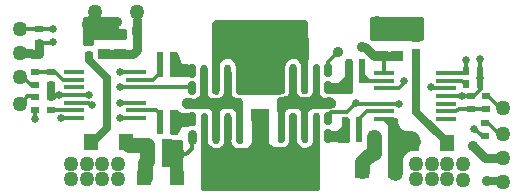
<source format=gbr>
G04 #@! TF.GenerationSoftware,KiCad,Pcbnew,(5.0.0)*
G04 #@! TF.CreationDate,2019-10-07T11:46:54-07:00*
G04 #@! TF.ProjectId,Buffer - Rev C,427566666572202D2052657620432E6B,rev?*
G04 #@! TF.SameCoordinates,Original*
G04 #@! TF.FileFunction,Copper,L1,Top,Signal*
G04 #@! TF.FilePolarity,Positive*
%FSLAX46Y46*%
G04 Gerber Fmt 4.6, Leading zero omitted, Abs format (unit mm)*
G04 Created by KiCad (PCBNEW (5.0.0)) date 10/07/19 11:46:54*
%MOMM*%
%LPD*%
G01*
G04 APERTURE LIST*
G04 #@! TA.AperFunction,SMDPad,CuDef*
%ADD10R,1.750000X0.300000*%
G04 #@! TD*
G04 #@! TA.AperFunction,ComponentPad*
%ADD11C,1.270000*%
G04 #@! TD*
G04 #@! TA.AperFunction,SMDPad,CuDef*
%ADD12R,1.000000X0.889000*%
G04 #@! TD*
G04 #@! TA.AperFunction,SMDPad,CuDef*
%ADD13R,0.711000X0.508000*%
G04 #@! TD*
G04 #@! TA.AperFunction,SMDPad,CuDef*
%ADD14R,1.500000X1.016000*%
G04 #@! TD*
G04 #@! TA.AperFunction,SMDPad,CuDef*
%ADD15R,1.193800X1.193800*%
G04 #@! TD*
G04 #@! TA.AperFunction,SMDPad,CuDef*
%ADD16R,0.889000X1.000000*%
G04 #@! TD*
G04 #@! TA.AperFunction,SMDPad,CuDef*
%ADD17R,0.508000X0.711000*%
G04 #@! TD*
G04 #@! TA.AperFunction,BGAPad,CuDef*
%ADD18C,0.400000*%
G04 #@! TD*
G04 #@! TA.AperFunction,SMDPad,CuDef*
%ADD19R,1.300000X1.400000*%
G04 #@! TD*
G04 #@! TA.AperFunction,ViaPad*
%ADD20C,0.889000*%
G04 #@! TD*
G04 #@! TA.AperFunction,ViaPad*
%ADD21C,0.635000*%
G04 #@! TD*
G04 #@! TA.AperFunction,Conductor*
%ADD22C,0.330200*%
G04 #@! TD*
G04 #@! TA.AperFunction,Conductor*
%ADD23C,0.635000*%
G04 #@! TD*
G04 #@! TA.AperFunction,Conductor*
%ADD24C,0.508000*%
G04 #@! TD*
G04 #@! TA.AperFunction,Conductor*
%ADD25C,0.762000*%
G04 #@! TD*
G04 #@! TA.AperFunction,Conductor*
%ADD26C,1.270000*%
G04 #@! TD*
G04 #@! TA.AperFunction,Conductor*
%ADD27C,0.152400*%
G04 #@! TD*
G04 #@! TA.AperFunction,Conductor*
%ADD28C,0.254000*%
G04 #@! TD*
G04 APERTURE END LIST*
D10*
G04 #@! TO.P,U2,14*
G04 #@! TO.N,/5.5V_Iso*
X9854000Y10450000D03*
G04 #@! TO.P,U2,1*
G04 #@! TO.N,Net-(U2-Pad1)*
X4604000Y10450000D03*
G04 #@! TO.P,U2,2*
G04 #@! TO.N,/In1*
X4604000Y9800000D03*
G04 #@! TO.P,U2,3*
G04 #@! TO.N,Net-(U2-Pad3)*
X4604000Y9150000D03*
G04 #@! TO.P,U2,4*
G04 #@! TO.N,/GNDI*
X4604000Y8500000D03*
G04 #@! TO.P,U2,5*
G04 #@! TO.N,/Enable1*
X4604000Y7850000D03*
G04 #@! TO.P,U2,6*
G04 #@! TO.N,/DT1*
X4604000Y7200000D03*
G04 #@! TO.P,U2,7*
G04 #@! TO.N,/5V*
X4604000Y6550000D03*
G04 #@! TO.P,U2,13*
G04 #@! TO.N,/OutA1*
X9854000Y9800000D03*
G04 #@! TO.P,U2,12*
G04 #@! TO.N,/Vc2Neg*
X9854000Y9150000D03*
G04 #@! TO.P,U2,10*
G04 #@! TO.N,/VDDB1*
X9854000Y7850000D03*
G04 #@! TO.P,U2,9*
G04 #@! TO.N,/OutB1*
X9854000Y7200000D03*
G04 #@! TO.P,U2,8*
G04 #@! TO.N,/LfNeg*
X9854000Y6550000D03*
G04 #@! TD*
D11*
G04 #@! TO.P,TP2,1*
G04 #@! TO.N,/Vc2Neg*
X21096200Y12300000D03*
G04 #@! TD*
G04 #@! TO.P,TP2,1*
G04 #@! TO.N,/Vc2Neg*
X19750000Y12300000D03*
G04 #@! TD*
D12*
G04 #@! TO.P,C8,2*
G04 #@! TO.N,/Vc2Neg*
X30693185Y11791941D03*
G04 #@! TO.P,C8,1*
G04 #@! TO.N,/5.5V_Iso*
X30693185Y13491941D03*
G04 #@! TD*
G04 #@! TO.P,C4,2*
G04 #@! TO.N,/Vc2Neg*
X8509000Y11977000D03*
G04 #@! TO.P,C4,1*
G04 #@! TO.N,/5.5V_Iso*
X8509000Y13677000D03*
G04 #@! TD*
G04 #@! TO.P,C2,2*
G04 #@! TO.N,/Vc2Neg*
X31963185Y11791941D03*
G04 #@! TO.P,C2,1*
G04 #@! TO.N,/5.5V_Iso*
X31963185Y13491941D03*
G04 #@! TD*
G04 #@! TO.P,C11,2*
G04 #@! TO.N,/Vc2Neg*
X7112000Y11977000D03*
G04 #@! TO.P,C11,1*
G04 #@! TO.N,/5.5V_Iso*
X7112000Y13677000D03*
G04 #@! TD*
D13*
G04 #@! TO.P,R11,2*
G04 #@! TO.N,/EnableL1*
X1300000Y8367000D03*
G04 #@! TO.P,R11,1*
G04 #@! TO.N,/Enable1*
X1300000Y7233000D03*
G04 #@! TD*
G04 #@! TO.P,R4,2*
G04 #@! TO.N,/Enable2*
X39370000Y5021000D03*
G04 #@! TO.P,R4,1*
G04 #@! TO.N,/EnableL2*
X39370000Y6155000D03*
G04 #@! TD*
D14*
G04 #@! TO.P,0.47uF1,2*
G04 #@! TO.N,/Vc2Neg*
X20307300Y8995700D03*
G04 #@! TO.P,0.47uF1,1*
G04 #@! TO.N,/Vc2Pos*
X20307300Y6777700D03*
G04 #@! TD*
D15*
G04 #@! TO.P,D8,2*
G04 #@! TO.N,/LfNeg*
X13338000Y1460500D03*
G04 #@! TO.P,D8,1*
G04 #@! TO.N,/VDDB1*
X10541000Y1460500D03*
G04 #@! TD*
G04 #@! TO.P,D7,2*
G04 #@! TO.N,/CfNeg*
X28953000Y2032000D03*
G04 #@! TO.P,D7,1*
G04 #@! TO.N,/VDDA2*
X31750000Y2032000D03*
G04 #@! TD*
D10*
G04 #@! TO.P,U1,14*
G04 #@! TO.N,/VDDA2*
X30850300Y6468200D03*
G04 #@! TO.P,U1,1*
G04 #@! TO.N,Net-(U1-Pad1)*
X36100300Y6468200D03*
G04 #@! TO.P,U1,2*
G04 #@! TO.N,/In2*
X36100300Y7118200D03*
G04 #@! TO.P,U1,3*
G04 #@! TO.N,Net-(U1-Pad3)*
X36100300Y7768200D03*
G04 #@! TO.P,U1,4*
G04 #@! TO.N,/GNDI*
X36100300Y8418200D03*
G04 #@! TO.P,U1,5*
G04 #@! TO.N,/Enable2*
X36100300Y9068200D03*
G04 #@! TO.P,U1,6*
G04 #@! TO.N,/DT2*
X36100300Y9718200D03*
G04 #@! TO.P,U1,7*
G04 #@! TO.N,/5V*
X36100300Y10368200D03*
G04 #@! TO.P,U1,13*
G04 #@! TO.N,/OutA2*
X30850300Y7118200D03*
G04 #@! TO.P,U1,12*
G04 #@! TO.N,/CfNeg*
X30850300Y7768200D03*
G04 #@! TO.P,U1,10*
G04 #@! TO.N,/5.5V_Iso*
X30850300Y9068200D03*
G04 #@! TO.P,U1,9*
G04 #@! TO.N,/OutB2*
X30850300Y9718200D03*
G04 #@! TO.P,U1,8*
G04 #@! TO.N,/Vc2Neg*
X30850300Y10368200D03*
G04 #@! TD*
D11*
G04 #@! TO.P,TP1,1*
G04 #@! TO.N,/Vc2Neg*
X9906000Y15494000D03*
G04 #@! TD*
G04 #@! TO.P,TP2,1*
G04 #@! TO.N,/Vc2Neg*
X18415000Y12334900D03*
G04 #@! TD*
G04 #@! TO.P,TP2,1*
G04 #@! TO.N,/Vc2Neg*
X18415000Y13604900D03*
G04 #@! TD*
G04 #@! TO.P,TP2,1*
G04 #@! TO.N,/Vc2Neg*
X22415500Y12334900D03*
G04 #@! TD*
G04 #@! TO.P,TP2,1*
G04 #@! TO.N,/Vc2Neg*
X21082000Y13604900D03*
G04 #@! TD*
G04 #@! TO.P,TP2,1*
G04 #@! TO.N,/Vc2Neg*
X22415500Y13604900D03*
G04 #@! TD*
G04 #@! TO.P,TP2,1*
G04 #@! TO.N,/Vc2Neg*
X19748500Y13604900D03*
G04 #@! TD*
G04 #@! TO.P,TP2,1*
G04 #@! TO.N,/Vc2Pos*
X21082000Y1397000D03*
G04 #@! TD*
G04 #@! TO.P,TP2,1*
G04 #@! TO.N,/Vc2Pos*
X22415500Y1397000D03*
G04 #@! TD*
G04 #@! TO.P,TP2,1*
G04 #@! TO.N,/LfNeg*
X8318500Y1397000D03*
G04 #@! TD*
G04 #@! TO.P,TP2,1*
G04 #@! TO.N,/CfNeg*
X37528500Y1320800D03*
G04 #@! TD*
G04 #@! TO.P,TP2,1*
G04 #@! TO.N,/CfNeg*
X36195000Y1397000D03*
G04 #@! TD*
G04 #@! TO.P,TP2,1*
G04 #@! TO.N,/CfNeg*
X33528000Y2667000D03*
G04 #@! TD*
G04 #@! TO.P,TP2,1*
G04 #@! TO.N,/CfNeg*
X33528000Y1397000D03*
G04 #@! TD*
G04 #@! TO.P,TP2,1*
G04 #@! TO.N,/CfNeg*
X36195000Y2667000D03*
G04 #@! TD*
G04 #@! TO.P,TP2,1*
G04 #@! TO.N,/CfNeg*
X34861500Y2667000D03*
G04 #@! TD*
G04 #@! TO.P,TP2,1*
G04 #@! TO.N,/CfNeg*
X34861500Y1397000D03*
G04 #@! TD*
G04 #@! TO.P,TP2,1*
G04 #@! TO.N,/CfNeg*
X37528500Y2667000D03*
G04 #@! TD*
G04 #@! TO.P,TP11,1*
G04 #@! TO.N,/PWM2*
X40894000Y7366000D03*
G04 #@! TD*
G04 #@! TO.P,TP2,1*
G04 #@! TO.N,/Vc2Pos*
X19748500Y1397000D03*
G04 #@! TD*
G04 #@! TO.P,TP2,1*
G04 #@! TO.N,/Vc2Pos*
X18415000Y1397000D03*
G04 #@! TD*
G04 #@! TO.P,TP2,1*
G04 #@! TO.N,/Vc2Pos*
X22415500Y2667000D03*
G04 #@! TD*
G04 #@! TO.P,TP2,1*
G04 #@! TO.N,/Vc2Pos*
X21082000Y2667000D03*
G04 #@! TD*
G04 #@! TO.P,TP2,1*
G04 #@! TO.N,/Vc2Pos*
X19748500Y2667000D03*
G04 #@! TD*
G04 #@! TO.P,TP2,1*
G04 #@! TO.N,/Vc2Pos*
X18415000Y2667000D03*
G04 #@! TD*
G04 #@! TO.P,TP2,1*
G04 #@! TO.N,/LfNeg*
X6985000Y2667000D03*
G04 #@! TD*
G04 #@! TO.P,TP2,1*
G04 #@! TO.N,/LfNeg*
X5651500Y2667000D03*
G04 #@! TD*
G04 #@! TO.P,TP2,1*
G04 #@! TO.N,/LfNeg*
X8318500Y2667000D03*
G04 #@! TD*
G04 #@! TO.P,TP2,1*
G04 #@! TO.N,/LfNeg*
X6985000Y1397000D03*
G04 #@! TD*
G04 #@! TO.P,TP2,1*
G04 #@! TO.N,/LfNeg*
X5651500Y1397000D03*
G04 #@! TD*
G04 #@! TO.P,TP2,1*
G04 #@! TO.N,/LfNeg*
X4318000Y2667000D03*
G04 #@! TD*
G04 #@! TO.P,TP2,1*
G04 #@! TO.N,/LfNeg*
X4318000Y1397000D03*
G04 #@! TD*
G04 #@! TO.P,TP15,1*
G04 #@! TO.N,/5.5V_Iso*
X6350000Y15494000D03*
G04 #@! TD*
G04 #@! TO.P,TP17,1*
G04 #@! TO.N,/5V*
X0Y14097000D03*
G04 #@! TD*
G04 #@! TO.P,TP5,1*
G04 #@! TO.N,/GNDI*
X40894000Y3175000D03*
G04 #@! TD*
G04 #@! TO.P,TP9,1*
G04 #@! TO.N,/EnableL2*
X40894000Y5207000D03*
G04 #@! TD*
G04 #@! TO.P,TP6,1*
G04 #@! TO.N,/EnableL1*
X0Y7731000D03*
G04 #@! TD*
G04 #@! TO.P,TP4,1*
G04 #@! TO.N,/5V*
X40894000Y1143000D03*
G04 #@! TD*
G04 #@! TO.P,TP3,1*
G04 #@! TO.N,/GNDI*
X0Y12065000D03*
G04 #@! TD*
G04 #@! TO.P,TP2,1*
G04 #@! TO.N,/PWMA1*
X0Y10033000D03*
G04 #@! TD*
D13*
G04 #@! TO.P,C1,2*
G04 #@! TO.N,/GNDI*
X1600000Y12933000D03*
G04 #@! TO.P,C1,1*
G04 #@! TO.N,/5V*
X1600000Y14067000D03*
G04 #@! TD*
G04 #@! TO.P,C3,1*
G04 #@! TO.N,/In1*
X2600000Y10473000D03*
G04 #@! TO.P,C3,2*
G04 #@! TO.N,/GNDI*
X2600000Y9339000D03*
G04 #@! TD*
D16*
G04 #@! TO.P,C5,2*
G04 #@! TO.N,/LfNeg*
X12459561Y4259246D03*
G04 #@! TO.P,C5,1*
G04 #@! TO.N,/VDDB1*
X10759561Y4259246D03*
G04 #@! TD*
G04 #@! TO.P,C6,2*
G04 #@! TO.N,/LfNeg*
X12445693Y2921000D03*
G04 #@! TO.P,C6,1*
G04 #@! TO.N,/VDDB1*
X10745693Y2921000D03*
G04 #@! TD*
G04 #@! TO.P,C7,2*
G04 #@! TO.N,/CfNeg*
X29934800Y4978400D03*
G04 #@! TO.P,C7,1*
G04 #@! TO.N,/VDDA2*
X31634800Y4978400D03*
G04 #@! TD*
G04 #@! TO.P,C9,2*
G04 #@! TO.N,/CfNeg*
X29934800Y3632200D03*
G04 #@! TO.P,C9,1*
G04 #@! TO.N,/VDDA2*
X31634800Y3632200D03*
G04 #@! TD*
D13*
G04 #@! TO.P,C10,2*
G04 #@! TO.N,/GNDI*
X38227000Y8441000D03*
G04 #@! TO.P,C10,1*
G04 #@! TO.N,/In2*
X38227000Y7307000D03*
G04 #@! TD*
D17*
G04 #@! TO.P,C12,2*
G04 #@! TO.N,/GNDI*
X38921000Y10541000D03*
G04 #@! TO.P,C12,1*
G04 #@! TO.N,/5V*
X37787000Y10541000D03*
G04 #@! TD*
G04 #@! TO.P,D2,2*
G04 #@! TO.N,/GateA1*
X12967000Y10400000D03*
G04 #@! TO.P,D2,1*
G04 #@! TO.N,/OutA1*
X11833000Y10400000D03*
G04 #@! TD*
G04 #@! TO.P,D3,2*
G04 #@! TO.N,/GateB1*
X12967000Y5527000D03*
G04 #@! TO.P,D3,1*
G04 #@! TO.N,/OutB1*
X11833000Y5527000D03*
G04 #@! TD*
G04 #@! TO.P,D4,2*
G04 #@! TO.N,/GateA2*
X27533000Y4900000D03*
G04 #@! TO.P,D4,1*
G04 #@! TO.N,/OutA2*
X28667000Y4900000D03*
G04 #@! TD*
G04 #@! TO.P,D5,2*
G04 #@! TO.N,/GateB2*
X27833000Y9900000D03*
G04 #@! TO.P,D5,1*
G04 #@! TO.N,/OutB2*
X28967000Y9900000D03*
G04 #@! TD*
D18*
G04 #@! TO.P,Q1,S*
G04 #@! TO.N,/LfNeg*
X18561193Y4700042D03*
G04 #@! TO.P,Q1,D*
G04 #@! TO.N,/Vc2Pos*
X17561193Y4700042D03*
G04 #@! TO.P,Q1,S*
G04 #@! TO.N,/LfNeg*
X16561193Y4700042D03*
G04 #@! TO.P,Q1,D*
G04 #@! TO.N,/Vc2Pos*
X15561193Y4700042D03*
G04 #@! TO.P,Q1,S*
G04 #@! TO.N,/LfNeg*
X14561193Y4700042D03*
X18561193Y5200042D03*
G04 #@! TO.P,Q1,D*
G04 #@! TO.N,/Vc2Pos*
X17561193Y5200042D03*
G04 #@! TO.P,Q1,S*
G04 #@! TO.N,/LfNeg*
X16561193Y5200042D03*
G04 #@! TO.P,Q1,D*
G04 #@! TO.N,/Vc2Pos*
X15561193Y5200042D03*
G04 #@! TO.P,Q1,S*
G04 #@! TO.N,/LfNeg*
X14561193Y5200042D03*
X18561193Y5700042D03*
G04 #@! TO.P,Q1,D*
G04 #@! TO.N,/Vc2Pos*
X17561193Y5700042D03*
G04 #@! TO.P,Q1,S2*
G04 #@! TO.N,/LfNeg*
X16561193Y5700042D03*
G04 #@! TO.P,Q1,D*
G04 #@! TO.N,/Vc2Pos*
X15561193Y5700042D03*
G04 #@! TO.P,Q1,S*
G04 #@! TO.N,/LfNeg*
X18561193Y6200042D03*
G04 #@! TO.P,Q1,D*
G04 #@! TO.N,/Vc2Pos*
X17561193Y6200042D03*
G04 #@! TO.P,Q1,S*
G04 #@! TO.N,/LfNeg*
X16561193Y6200042D03*
G04 #@! TO.P,Q1,D*
G04 #@! TO.N,/Vc2Pos*
X15561193Y6200042D03*
G04 #@! TO.P,Q1,G*
G04 #@! TO.N,/GateB1*
X14561193Y6200042D03*
G04 #@! TO.P,Q1,S*
G04 #@! TO.N,/LfNeg*
X18561193Y6700042D03*
G04 #@! TO.P,Q1,D*
G04 #@! TO.N,/Vc2Pos*
X17561193Y6700042D03*
G04 #@! TO.P,Q1,S*
G04 #@! TO.N,/LfNeg*
X16561193Y6700042D03*
G04 #@! TO.P,Q1,D*
G04 #@! TO.N,/Vc2Pos*
X15561193Y6700042D03*
G04 #@! TO.P,Q1,G*
G04 #@! TO.N,/GateB1*
X14561193Y6700042D03*
G04 #@! TD*
G04 #@! TO.P,Q2,S*
G04 #@! TO.N,/Vc2Neg*
X18548493Y8822342D03*
G04 #@! TO.P,Q2,D*
G04 #@! TO.N,/LfNeg*
X17548493Y8822342D03*
G04 #@! TO.P,Q2,S*
G04 #@! TO.N,/Vc2Neg*
X16548493Y8822342D03*
G04 #@! TO.P,Q2,D*
G04 #@! TO.N,/LfNeg*
X15548493Y8822342D03*
G04 #@! TO.P,Q2,S*
G04 #@! TO.N,/Vc2Neg*
X14548493Y8822342D03*
X18548493Y9322342D03*
G04 #@! TO.P,Q2,D*
G04 #@! TO.N,/LfNeg*
X17548493Y9322342D03*
G04 #@! TO.P,Q2,S*
G04 #@! TO.N,/Vc2Neg*
X16548493Y9322342D03*
G04 #@! TO.P,Q2,D*
G04 #@! TO.N,/LfNeg*
X15548493Y9322342D03*
G04 #@! TO.P,Q2,S*
G04 #@! TO.N,/Vc2Neg*
X14548493Y9322342D03*
X18548493Y9822342D03*
G04 #@! TO.P,Q2,D*
G04 #@! TO.N,/LfNeg*
X17548493Y9822342D03*
G04 #@! TO.P,Q2,S2*
G04 #@! TO.N,/Vc2Neg*
X16548493Y9822342D03*
G04 #@! TO.P,Q2,D*
G04 #@! TO.N,/LfNeg*
X15548493Y9822342D03*
G04 #@! TO.P,Q2,S*
G04 #@! TO.N,/Vc2Neg*
X18548493Y10322342D03*
G04 #@! TO.P,Q2,D*
G04 #@! TO.N,/LfNeg*
X17548493Y10322342D03*
G04 #@! TO.P,Q2,S*
G04 #@! TO.N,/Vc2Neg*
X16548493Y10322342D03*
G04 #@! TO.P,Q2,D*
G04 #@! TO.N,/LfNeg*
X15548493Y10322342D03*
G04 #@! TO.P,Q2,G*
G04 #@! TO.N,/GateA1*
X14548493Y10322342D03*
G04 #@! TO.P,Q2,S*
G04 #@! TO.N,/Vc2Neg*
X18548493Y10822342D03*
G04 #@! TO.P,Q2,D*
G04 #@! TO.N,/LfNeg*
X17548493Y10822342D03*
G04 #@! TO.P,Q2,S*
G04 #@! TO.N,/Vc2Neg*
X16548493Y10822342D03*
G04 #@! TO.P,Q2,D*
G04 #@! TO.N,/LfNeg*
X15548493Y10822342D03*
G04 #@! TO.P,Q2,G*
G04 #@! TO.N,/GateA1*
X14548493Y10822342D03*
G04 #@! TD*
G04 #@! TO.P,Q3,S*
G04 #@! TO.N,/CfNeg*
X22079200Y6763542D03*
G04 #@! TO.P,Q3,D*
G04 #@! TO.N,/Vc2Pos*
X23079200Y6763542D03*
G04 #@! TO.P,Q3,S*
G04 #@! TO.N,/CfNeg*
X24079200Y6763542D03*
G04 #@! TO.P,Q3,D*
G04 #@! TO.N,/Vc2Pos*
X25079200Y6763542D03*
G04 #@! TO.P,Q3,S*
G04 #@! TO.N,/CfNeg*
X26079200Y6763542D03*
X22079200Y6263542D03*
G04 #@! TO.P,Q3,D*
G04 #@! TO.N,/Vc2Pos*
X23079200Y6263542D03*
G04 #@! TO.P,Q3,S*
G04 #@! TO.N,/CfNeg*
X24079200Y6263542D03*
G04 #@! TO.P,Q3,D*
G04 #@! TO.N,/Vc2Pos*
X25079200Y6263542D03*
G04 #@! TO.P,Q3,S*
G04 #@! TO.N,/CfNeg*
X26079200Y6263542D03*
X22079200Y5763542D03*
G04 #@! TO.P,Q3,D*
G04 #@! TO.N,/Vc2Pos*
X23079200Y5763542D03*
G04 #@! TO.P,Q3,S2*
G04 #@! TO.N,/CfNeg*
X24079200Y5763542D03*
G04 #@! TO.P,Q3,D*
G04 #@! TO.N,/Vc2Pos*
X25079200Y5763542D03*
G04 #@! TO.P,Q3,S*
G04 #@! TO.N,/CfNeg*
X22079200Y5263542D03*
G04 #@! TO.P,Q3,D*
G04 #@! TO.N,/Vc2Pos*
X23079200Y5263542D03*
G04 #@! TO.P,Q3,S*
G04 #@! TO.N,/CfNeg*
X24079200Y5263542D03*
G04 #@! TO.P,Q3,D*
G04 #@! TO.N,/Vc2Pos*
X25079200Y5263542D03*
G04 #@! TO.P,Q3,G*
G04 #@! TO.N,/GateA2*
X26079200Y5263542D03*
G04 #@! TO.P,Q3,S*
G04 #@! TO.N,/CfNeg*
X22079200Y4763542D03*
G04 #@! TO.P,Q3,D*
G04 #@! TO.N,/Vc2Pos*
X23079200Y4763542D03*
G04 #@! TO.P,Q3,S*
G04 #@! TO.N,/CfNeg*
X24079200Y4763542D03*
G04 #@! TO.P,Q3,D*
G04 #@! TO.N,/Vc2Pos*
X25079200Y4763542D03*
G04 #@! TO.P,Q3,G*
G04 #@! TO.N,/GateA2*
X26079200Y4763542D03*
G04 #@! TD*
G04 #@! TO.P,Q4,S*
G04 #@! TO.N,/Vc2Neg*
X22067793Y10885842D03*
G04 #@! TO.P,Q4,D*
G04 #@! TO.N,/CfNeg*
X23067793Y10885842D03*
G04 #@! TO.P,Q4,S*
G04 #@! TO.N,/Vc2Neg*
X24067793Y10885842D03*
G04 #@! TO.P,Q4,D*
G04 #@! TO.N,/CfNeg*
X25067793Y10885842D03*
G04 #@! TO.P,Q4,S*
G04 #@! TO.N,/Vc2Neg*
X26067793Y10885842D03*
X22067793Y10385842D03*
G04 #@! TO.P,Q4,D*
G04 #@! TO.N,/CfNeg*
X23067793Y10385842D03*
G04 #@! TO.P,Q4,S*
G04 #@! TO.N,/Vc2Neg*
X24067793Y10385842D03*
G04 #@! TO.P,Q4,D*
G04 #@! TO.N,/CfNeg*
X25067793Y10385842D03*
G04 #@! TO.P,Q4,S*
G04 #@! TO.N,/Vc2Neg*
X26067793Y10385842D03*
X22067793Y9885842D03*
G04 #@! TO.P,Q4,D*
G04 #@! TO.N,/CfNeg*
X23067793Y9885842D03*
G04 #@! TO.P,Q4,S2*
G04 #@! TO.N,/Vc2Neg*
X24067793Y9885842D03*
G04 #@! TO.P,Q4,D*
G04 #@! TO.N,/CfNeg*
X25067793Y9885842D03*
G04 #@! TO.P,Q4,S*
G04 #@! TO.N,/Vc2Neg*
X22067793Y9385842D03*
G04 #@! TO.P,Q4,D*
G04 #@! TO.N,/CfNeg*
X23067793Y9385842D03*
G04 #@! TO.P,Q4,S*
G04 #@! TO.N,/Vc2Neg*
X24067793Y9385842D03*
G04 #@! TO.P,Q4,D*
G04 #@! TO.N,/CfNeg*
X25067793Y9385842D03*
G04 #@! TO.P,Q4,G*
G04 #@! TO.N,/GateB2*
X26067793Y9385842D03*
G04 #@! TO.P,Q4,S*
G04 #@! TO.N,/Vc2Neg*
X22067793Y8885842D03*
G04 #@! TO.P,Q4,D*
G04 #@! TO.N,/CfNeg*
X23067793Y8885842D03*
G04 #@! TO.P,Q4,S*
G04 #@! TO.N,/Vc2Neg*
X24067793Y8885842D03*
G04 #@! TO.P,Q4,D*
G04 #@! TO.N,/CfNeg*
X25067793Y8885842D03*
G04 #@! TO.P,Q4,G*
G04 #@! TO.N,/GateB2*
X26067793Y8885842D03*
G04 #@! TD*
D17*
G04 #@! TO.P,R1,2*
G04 #@! TO.N,/GNDI*
X38921000Y9398000D03*
G04 #@! TO.P,R1,1*
G04 #@! TO.N,/DT2*
X37787000Y9398000D03*
G04 #@! TD*
D13*
G04 #@! TO.P,R2,1*
G04 #@! TO.N,/PWMA1*
X1300000Y9339000D03*
G04 #@! TO.P,R2,2*
G04 #@! TO.N,/In1*
X1300000Y10473000D03*
G04 #@! TD*
G04 #@! TO.P,R3,1*
G04 #@! TO.N,/GNDI*
X2600000Y8367000D03*
G04 #@! TO.P,R3,2*
G04 #@! TO.N,/DT1*
X2600000Y7233000D03*
G04 #@! TD*
G04 #@! TO.P,R5,2*
G04 #@! TO.N,/5.5V_Iso*
X5842000Y13013000D03*
G04 #@! TO.P,R5,1*
G04 #@! TO.N,Net-(D1-Pad2)*
X5842000Y11879000D03*
G04 #@! TD*
D17*
G04 #@! TO.P,R6,2*
G04 #@! TO.N,/OutA1*
X11833000Y11800000D03*
G04 #@! TO.P,R6,1*
G04 #@! TO.N,/GateA1*
X12967000Y11800000D03*
G04 #@! TD*
G04 #@! TO.P,R7,2*
G04 #@! TO.N,/OutB1*
X11833000Y6927000D03*
G04 #@! TO.P,R7,1*
G04 #@! TO.N,/GateB1*
X12967000Y6927000D03*
G04 #@! TD*
G04 #@! TO.P,R8,2*
G04 #@! TO.N,/GateA2*
X27533000Y6300000D03*
G04 #@! TO.P,R8,1*
G04 #@! TO.N,/OutA2*
X28667000Y6300000D03*
G04 #@! TD*
G04 #@! TO.P,R9,2*
G04 #@! TO.N,/GateB2*
X27833000Y11200000D03*
G04 #@! TO.P,R9,1*
G04 #@! TO.N,/OutB2*
X28967000Y11200000D03*
G04 #@! TD*
D13*
G04 #@! TO.P,R10,2*
G04 #@! TO.N,Net-(D6-Pad2)*
X33528000Y12133000D03*
G04 #@! TO.P,R10,1*
G04 #@! TO.N,/5.5V_Iso*
X33528000Y13267000D03*
G04 #@! TD*
G04 #@! TO.P,R13,2*
G04 #@! TO.N,/In2*
X39497000Y7307000D03*
G04 #@! TO.P,R13,1*
G04 #@! TO.N,/PWM2*
X39497000Y8441000D03*
G04 #@! TD*
D19*
G04 #@! TO.P,D1,1*
G04 #@! TO.N,/VDDB1*
X8943000Y4508500D03*
G04 #@! TO.P,D1,2*
G04 #@! TO.N,Net-(D1-Pad2)*
X6043000Y4508500D03*
G04 #@! TD*
G04 #@! TO.P,D6,1*
G04 #@! TO.N,/VDDA2*
X33221000Y4445000D03*
G04 #@! TO.P,D6,2*
G04 #@! TO.N,Net-(D6-Pad2)*
X36121000Y4445000D03*
G04 #@! TD*
D20*
G04 #@! TO.N,/Vc2Neg*
X28956000Y12598400D03*
D21*
G04 #@! TO.N,/GNDI*
X38912800Y11531600D03*
D20*
G04 #@! TO.N,/LfNeg*
X13208000Y3505200D03*
D21*
G04 #@! TO.N,/GNDI*
X2794000Y12954000D03*
X5842000Y8509000D03*
X37465000Y8418200D03*
X3276600Y8500000D03*
X2600000Y8813800D03*
X38921000Y9956800D03*
D20*
X38328600Y4216400D03*
X1651012Y11938000D03*
G04 #@! TO.N,/5V*
X39547800Y1193800D03*
D21*
X2768600Y14122400D03*
G04 #@! TO.N,/VDDB1*
X8500000Y7850000D03*
D20*
X10515600Y1473200D03*
X10693400Y2032000D03*
G04 #@! TO.N,/CfNeg*
X23266400Y7874000D03*
X26162000Y7874000D03*
X25196800Y7874000D03*
X24231600Y7874000D03*
X22301200Y7874000D03*
D21*
X28448000Y7823200D03*
D20*
X29972000Y4064000D03*
X29718000Y3683000D03*
D21*
X32105600Y7747000D03*
G04 #@! TO.N,/5V*
X3454400Y6578600D03*
X37795200Y11506200D03*
D20*
G04 #@! TO.N,/5.5V_Iso*
X30226000Y14732000D03*
X7416800Y14706600D03*
X8255000Y14706600D03*
D21*
X8432800Y10464800D03*
X32512000Y9652000D03*
D20*
G04 #@! TO.N,/LfNeg*
X16319500Y7823200D03*
X14389100Y7823200D03*
X18249900Y7823200D03*
X17284700Y7823200D03*
X15354300Y7823200D03*
D21*
X8509000Y6550000D03*
D20*
X13563600Y3505200D03*
D21*
G04 #@! TO.N,/Vc2Neg*
X8509000Y9144000D03*
D20*
X26949400Y12166600D03*
X9906000Y14097000D03*
X9906000Y13716006D03*
D21*
G04 #@! TO.N,/Enable1*
X1270000Y6477000D03*
X6096000Y7620000D03*
G04 #@! TO.N,/Enable2*
X38481000Y5588000D03*
X34798000Y9144000D03*
G04 #@! TD*
D22*
G04 #@! TO.N,/GNDI*
X1600000Y12933000D02*
X2773000Y12933000D01*
X2773000Y12933000D02*
X2794000Y12954000D01*
X2701500Y9339000D02*
X2600000Y8813800D01*
X2600000Y9339000D02*
X2701500Y9339000D01*
D23*
X2600000Y9339000D02*
X2600000Y8367001D01*
D22*
X5833000Y8500000D02*
X5842000Y8509000D01*
X5818200Y8509000D02*
X5842000Y8509000D01*
D24*
X38921000Y10541000D02*
X38921000Y9956800D01*
D22*
X38912800Y10549200D02*
X38921000Y10541000D01*
X38912800Y11531600D02*
X38912800Y10549200D01*
X38204200Y8418200D02*
X38227000Y8441000D01*
X36100300Y8418200D02*
X37465000Y8418200D01*
X38227000Y8441000D02*
X38311400Y8441000D01*
X38227000Y8441000D02*
X38438400Y8441000D01*
X38921000Y8923600D02*
X38684200Y8686800D01*
X38921000Y9398000D02*
X38921000Y8923600D01*
X38438400Y8441000D02*
X38684200Y8686800D01*
X38684200Y8686800D02*
X39014400Y9017000D01*
X37465000Y8418200D02*
X38204200Y8418200D01*
X3089800Y8500000D02*
X3276600Y8500000D01*
X5842000Y8509000D02*
X3098800Y8509000D01*
X2956801Y8367001D02*
X3098800Y8509000D01*
X2600000Y8367001D02*
X2956801Y8367001D01*
X3276600Y8500000D02*
X4604000Y8500000D01*
X2600000Y8813800D02*
X2769500Y9271000D01*
D24*
X38921000Y9956800D02*
X38921000Y9398000D01*
D25*
X39370000Y3175000D02*
X38773099Y3771901D01*
X38773099Y3771901D02*
X38328600Y4216400D01*
X40260590Y3175000D02*
X39370000Y3175000D01*
X895395Y12065000D02*
X633410Y12065000D01*
X1022395Y11938000D02*
X895395Y12065000D01*
X1651012Y11938000D02*
X1022395Y11938000D01*
X1600000Y11989012D02*
X1651012Y11938000D01*
X1600000Y12933000D02*
X1600000Y11989012D01*
D22*
G04 #@! TO.N,/VDDB1*
X9853600Y7848600D02*
X9854000Y7848200D01*
X8534400Y4917100D02*
X8943000Y4508500D01*
X8534400Y7848600D02*
X9853600Y7848600D01*
D26*
X10759561Y2934868D02*
X10745693Y2921000D01*
X10759561Y4259246D02*
X10759561Y2934868D01*
X10591800Y2767107D02*
X10745693Y2921000D01*
X10591800Y1524000D02*
X10591800Y2767107D01*
X9192254Y4259246D02*
X8943000Y4508500D01*
X10759561Y4259246D02*
X9192254Y4259246D01*
D22*
G04 #@! TO.N,Net-(D1-Pad2)*
X6043000Y4254500D02*
X6043000Y4304500D01*
D23*
X6159500Y4508500D02*
X6043000Y4508500D01*
X7366000Y5715000D02*
X6159500Y4508500D01*
X7366000Y9906000D02*
X7366000Y5715000D01*
X5842000Y11879000D02*
X5842000Y11430000D01*
X5842000Y11430000D02*
X7366000Y9906000D01*
G04 #@! TO.N,/GateB1*
X14561193Y6700042D02*
X14561193Y6200042D01*
G04 #@! TO.N,Net-(D6-Pad2)*
X36121000Y4495000D02*
X36121000Y4445000D01*
X33528000Y12006000D02*
X33528000Y7088000D01*
X33528000Y7088000D02*
X36121000Y4495000D01*
D25*
G04 #@! TO.N,/CfNeg*
X29731600Y3429000D02*
X29934800Y3632200D01*
D22*
X28503000Y7768200D02*
X28448000Y7823200D01*
X30850300Y7768200D02*
X28503000Y7768200D01*
X28448000Y7823200D02*
X28448000Y7823200D01*
X26079200Y6763542D02*
X26351458Y7035800D01*
X27660600Y7035800D02*
X28448000Y7823200D01*
X26351458Y7035800D02*
X27660600Y7035800D01*
D23*
X26079200Y6763542D02*
X26079200Y6263542D01*
D26*
X29934800Y4978400D02*
X29934800Y3632200D01*
D22*
X29731600Y3429000D02*
X30110711Y3361544D01*
X29207000Y2904400D02*
X29731600Y3429000D01*
X29207000Y2904400D02*
X29207000Y2904400D01*
X32084400Y7768200D02*
X32105600Y7747000D01*
X30850300Y7768200D02*
X32084400Y7768200D01*
D26*
X29768800Y3632200D02*
X29210000Y3073400D01*
X29934800Y3632200D02*
X29768800Y3632200D01*
X28953000Y2816400D02*
X29210000Y3073400D01*
X28953000Y2032000D02*
X28953000Y2816400D01*
D22*
G04 #@! TO.N,/5V*
X425710Y14105200D02*
X417510Y14097000D01*
D27*
X358610Y14067000D02*
X328610Y14097000D01*
D22*
X1600000Y14067000D02*
X358610Y14067000D01*
X2713200Y14067000D02*
X2768600Y14122400D01*
X1600000Y14067000D02*
X2713200Y14067000D01*
X4575400Y6578600D02*
X4604000Y6550000D01*
X3454400Y6578600D02*
X4575400Y6578600D01*
X37795200Y10549200D02*
X37787000Y10541000D01*
X37795200Y11506200D02*
X37795200Y10549200D01*
X37614200Y10368200D02*
X37787000Y10541000D01*
X36100300Y10368200D02*
X37614200Y10368200D01*
D23*
X39547800Y1193800D02*
X40324090Y1193800D01*
D22*
G04 #@! TO.N,/5.5V_Iso*
X30226000Y14732000D02*
X30226000Y14732000D01*
X30226000Y14732000D02*
X30226000Y14859000D01*
D25*
X8509000Y13677000D02*
X7112000Y13677000D01*
D26*
X6350000Y14478000D02*
X6350000Y14606590D01*
X5911590Y14606590D02*
X6350000Y14606590D01*
X5842000Y14537000D02*
X5911590Y14606590D01*
D22*
X9839200Y10464800D02*
X9854000Y10450000D01*
X8432800Y10464800D02*
X9839200Y10464800D01*
X30850300Y9068200D02*
X32055500Y9068200D01*
X32512000Y9524700D02*
X32512000Y9652000D01*
X32055500Y9068200D02*
X32512000Y9524700D01*
G04 #@! TO.N,/LfNeg*
X9852200Y6550000D02*
X9854000Y6548200D01*
X8509000Y6550000D02*
X9852200Y6550000D01*
D25*
X14561193Y5200042D02*
X14561193Y4700042D01*
D22*
X14561193Y3969393D02*
X14561193Y5200042D01*
X13208000Y3505200D02*
X14097000Y3505200D01*
X14097000Y3505200D02*
X14561193Y3969393D01*
G04 #@! TO.N,/PWMA1*
X1300000Y9339000D02*
X948000Y9339000D01*
X417510Y9869490D02*
X417510Y10033000D01*
X948000Y9339000D02*
X417510Y9869490D01*
D23*
G04 #@! TO.N,/GateA1*
X14548493Y10822342D02*
X14548493Y10322342D01*
D24*
G04 #@! TO.N,/GateA2*
X27533000Y6300000D02*
X27533000Y4900000D01*
D23*
X26079200Y5263542D02*
X26079200Y4763542D01*
D22*
G04 #@! TO.N,/VDDA2*
X31634800Y5683700D02*
X30850300Y6468200D01*
X31634800Y4978400D02*
X31634800Y5683700D01*
D24*
G04 #@! TO.N,/OutB1*
X11833000Y6927000D02*
X11833000Y5527000D01*
D22*
X11560000Y7200000D02*
X11833000Y6927000D01*
X9854000Y7200000D02*
X11560000Y7200000D01*
G04 #@! TO.N,/OutA1*
X11231200Y9798200D02*
X11833000Y10400000D01*
X9854000Y9798200D02*
X11231200Y9798200D01*
D24*
X11833000Y11800000D02*
X11833000Y10400000D01*
D22*
G04 #@! TO.N,/OutA2*
X30850300Y7118200D02*
X29617058Y7118200D01*
X29388558Y7118200D02*
X30850300Y7118200D01*
X28634000Y6262142D02*
X28634000Y6363642D01*
X28634000Y6363642D02*
X29388558Y7118200D01*
D24*
X28667000Y6300000D02*
X28667000Y4900000D01*
D22*
G04 #@! TO.N,/OutB2*
X28888000Y11112500D02*
X28951500Y11176000D01*
X29075800Y9718200D02*
X28888000Y9906000D01*
X30850300Y9718200D02*
X29075800Y9718200D01*
D24*
X28951500Y11176000D02*
X28951500Y9969500D01*
D22*
G04 #@! TO.N,/Vc2Neg*
X8513200Y9148200D02*
X8509000Y9144000D01*
X9854000Y9148200D02*
X8513200Y9148200D01*
D23*
X14548493Y9322342D02*
X14548493Y8822342D01*
D22*
X14222635Y9148200D02*
X14548493Y8822342D01*
X9854000Y9148200D02*
X14222635Y9148200D01*
D23*
X26067793Y10885842D02*
X26067793Y10385842D01*
D25*
X7112000Y11977000D02*
X8509000Y11977000D01*
D22*
X26067793Y11284993D02*
X26067793Y10385842D01*
X26949400Y12166600D02*
X26067793Y11284993D01*
D25*
X30693185Y11791941D02*
X31963185Y11791941D01*
D22*
X30850300Y11634826D02*
X30693185Y11791941D01*
X30850300Y10368200D02*
X30850300Y11634826D01*
D25*
X28956000Y12598400D02*
X29184600Y12598400D01*
X29991059Y11791941D02*
X30693185Y11791941D01*
X29184600Y12598400D02*
X29991059Y11791941D01*
X9906000Y14860590D02*
X9906000Y14097000D01*
X9906000Y14097000D02*
X9906000Y13716006D01*
X9906000Y12319000D02*
X9906000Y13716006D01*
X8509000Y11977000D02*
X9564000Y11977000D01*
X9564000Y11977000D02*
X9906000Y12319000D01*
D22*
G04 #@! TO.N,/PWM2*
X39598500Y8441000D02*
X40476490Y7563010D01*
X39497000Y8441000D02*
X39598500Y8441000D01*
G04 #@! TO.N,/Enable1*
X1300000Y7233000D02*
X1300000Y6507000D01*
X1300000Y6507000D02*
X1270000Y6477000D01*
X5866000Y7850000D02*
X6096000Y7620000D01*
X4604000Y7850000D02*
X5866000Y7850000D01*
G04 #@! TO.N,/In1*
X2989000Y10473000D02*
X2600000Y10473000D01*
X4604000Y9800000D02*
X3662000Y9800000D01*
X3662000Y9800000D02*
X2989000Y10473000D01*
X1300000Y10473000D02*
X2600000Y10473000D01*
G04 #@! TO.N,/DT1*
X4571001Y7232999D02*
X4604000Y7200000D01*
X2600000Y7232999D02*
X4571001Y7232999D01*
G04 #@! TO.N,/DT2*
X37466800Y9718200D02*
X36100300Y9718200D01*
X37787000Y9398000D02*
X37466800Y9718200D01*
G04 #@! TO.N,/In2*
X38227000Y7307000D02*
X39497000Y7307000D01*
X37145800Y7307000D02*
X36957000Y7118200D01*
X38227000Y7307000D02*
X37145800Y7307000D01*
X36100300Y7118200D02*
X36957000Y7118200D01*
D23*
G04 #@! TO.N,/GateB2*
X26067793Y9385842D02*
X26067793Y8885842D01*
D22*
G04 #@! TO.N,/EnableL1*
X1198500Y8367000D02*
X1183500Y8382000D01*
X1300000Y8367000D02*
X1198500Y8367000D01*
X1183500Y8382000D02*
X635000Y8382000D01*
X417510Y8148510D02*
X417510Y7731000D01*
X635000Y8366000D02*
X417510Y8148510D01*
X635000Y8382000D02*
X635000Y8366000D01*
G04 #@! TO.N,/Enable2*
X39370000Y5021000D02*
X39175000Y5021000D01*
X39175000Y5021000D02*
X38481000Y5588000D01*
X38608000Y5588000D02*
X38481000Y5588000D01*
X38481000Y5588000D02*
X38608000Y5588000D01*
X34873800Y9068200D02*
X34798000Y9144000D01*
X36100300Y9068200D02*
X34873800Y9068200D01*
G04 #@! TO.N,/EnableL2*
X39370000Y6155000D02*
X39641200Y6155000D01*
X39641200Y6155000D02*
X40476490Y5319710D01*
G04 #@! TD*
D28*
G04 #@! TO.N,/Vc2Pos*
G36*
X20830657Y7087565D02*
X20894552Y6936196D01*
X20915855Y4560973D01*
X20924097Y4517093D01*
X21001997Y4311604D01*
X21024915Y4273289D01*
X21107140Y4178729D01*
X21150318Y4146494D01*
X21389906Y4037331D01*
X21442563Y4025900D01*
X22326974Y4025900D01*
X22378007Y4036605D01*
X22611665Y4139140D01*
X22654095Y4169449D01*
X22768021Y4293281D01*
X22792877Y4333120D01*
X22876719Y4548086D01*
X22885400Y4594233D01*
X22885400Y4786882D01*
X22885399Y4787319D01*
X22885392Y4789355D01*
X22885390Y4789732D01*
X22873091Y6708446D01*
X22886645Y6775569D01*
X22892855Y6790061D01*
X22904282Y6813357D01*
X22924925Y6850514D01*
X22970517Y6901581D01*
X23027207Y6929376D01*
X23103084Y6932947D01*
X23169772Y6903131D01*
X23222286Y6847619D01*
X23225729Y6842453D01*
X23250165Y6776774D01*
X23251703Y6764473D01*
X23253664Y6732584D01*
X23250759Y4788912D01*
X23250760Y4788159D01*
X23250777Y4784326D01*
X23250783Y4783545D01*
X23252367Y4633859D01*
X23261911Y4586884D01*
X23351460Y4369216D01*
X23377736Y4329124D01*
X23602377Y4097463D01*
X23644048Y4068919D01*
X23871981Y3972445D01*
X23921483Y3962400D01*
X24271643Y3962400D01*
X24326028Y3974634D01*
X24571760Y4091081D01*
X24615668Y4125426D01*
X24796873Y4346899D01*
X24817139Y4381791D01*
X24888548Y4567742D01*
X24896845Y4607230D01*
X24904197Y4761612D01*
X24904305Y4764635D01*
X24904664Y4779737D01*
X24904700Y4782755D01*
X24904700Y6257030D01*
X24904690Y6258653D01*
X24904586Y6266792D01*
X24904554Y6268424D01*
X24893391Y6703774D01*
X24902077Y6772165D01*
X24922664Y6821864D01*
X24931525Y6837814D01*
X24977117Y6888881D01*
X25033807Y6916676D01*
X25109684Y6920247D01*
X25176372Y6890431D01*
X25228886Y6834919D01*
X25232329Y6829753D01*
X25256765Y6764074D01*
X25258337Y6751495D01*
X25260300Y6719976D01*
X25260300Y4821706D01*
X25258746Y4793652D01*
X25257159Y4779370D01*
X25256562Y4772094D01*
X25254623Y4735675D01*
X25254444Y4728381D01*
X25271534Y724225D01*
X25208769Y571178D01*
X25175214Y557200D01*
X15447884Y557200D01*
X15443565Y558987D01*
X15380449Y711932D01*
X15388842Y4564444D01*
X15399393Y4617488D01*
X15399393Y5282596D01*
X15390504Y5327285D01*
X15392390Y6193074D01*
X15392381Y6194832D01*
X15392278Y6203662D01*
X15392245Y6205436D01*
X15381091Y6640441D01*
X15389777Y6708832D01*
X15410364Y6758531D01*
X15419225Y6774481D01*
X15464817Y6825548D01*
X15521507Y6853343D01*
X15597384Y6856914D01*
X15664072Y6827098D01*
X15716586Y6771586D01*
X15720029Y6766420D01*
X15744465Y6700741D01*
X15746037Y6688162D01*
X15748000Y6656643D01*
X15748000Y4773825D01*
X15748081Y4769297D01*
X15748888Y4746676D01*
X15749130Y4742155D01*
X15765547Y4512321D01*
X15776166Y4469799D01*
X15863818Y4272541D01*
X15888260Y4236160D01*
X16019868Y4099069D01*
X16061689Y4070190D01*
X16290729Y3972569D01*
X16340524Y3962400D01*
X16823129Y3962400D01*
X16875608Y3973750D01*
X17114551Y4082175D01*
X17157649Y4114195D01*
X17262994Y4234589D01*
X17283843Y4267484D01*
X17360715Y4443890D01*
X17370615Y4481557D01*
X17387685Y4646571D01*
X17388358Y4660118D01*
X17388227Y4694830D01*
X17387777Y4702660D01*
X17387912Y4702668D01*
X17386170Y4732403D01*
X17373947Y6639155D01*
X17383345Y6707863D01*
X17404264Y6758364D01*
X17413125Y6774314D01*
X17458717Y6825381D01*
X17515407Y6853176D01*
X17591284Y6856747D01*
X17657972Y6826931D01*
X17710486Y6771419D01*
X17713929Y6766253D01*
X17738365Y6700574D01*
X17739937Y6687995D01*
X17741900Y6656476D01*
X17741900Y4758206D01*
X17740346Y4730142D01*
X17734958Y4681650D01*
X17734181Y4667875D01*
X17734046Y4598990D01*
X17734769Y4585212D01*
X17747672Y4464782D01*
X17753769Y4437254D01*
X17799061Y4304677D01*
X17811080Y4279174D01*
X17884777Y4159415D01*
X17930417Y4115431D01*
X18197546Y3964349D01*
X18258758Y3947900D01*
X19146588Y3938747D01*
X19206359Y3952996D01*
X19471002Y4090224D01*
X19517088Y4130866D01*
X19619559Y4279449D01*
X19636184Y4313522D01*
X19692311Y4492360D01*
X19698137Y4529822D01*
X19708876Y6935264D01*
X19772420Y7087233D01*
X19924675Y7150100D01*
X20678722Y7150100D01*
X20830657Y7087565D01*
X20830657Y7087565D01*
G37*
X20830657Y7087565D02*
X20894552Y6936196D01*
X20915855Y4560973D01*
X20924097Y4517093D01*
X21001997Y4311604D01*
X21024915Y4273289D01*
X21107140Y4178729D01*
X21150318Y4146494D01*
X21389906Y4037331D01*
X21442563Y4025900D01*
X22326974Y4025900D01*
X22378007Y4036605D01*
X22611665Y4139140D01*
X22654095Y4169449D01*
X22768021Y4293281D01*
X22792877Y4333120D01*
X22876719Y4548086D01*
X22885400Y4594233D01*
X22885400Y4786882D01*
X22885399Y4787319D01*
X22885392Y4789355D01*
X22885390Y4789732D01*
X22873091Y6708446D01*
X22886645Y6775569D01*
X22892855Y6790061D01*
X22904282Y6813357D01*
X22924925Y6850514D01*
X22970517Y6901581D01*
X23027207Y6929376D01*
X23103084Y6932947D01*
X23169772Y6903131D01*
X23222286Y6847619D01*
X23225729Y6842453D01*
X23250165Y6776774D01*
X23251703Y6764473D01*
X23253664Y6732584D01*
X23250759Y4788912D01*
X23250760Y4788159D01*
X23250777Y4784326D01*
X23250783Y4783545D01*
X23252367Y4633859D01*
X23261911Y4586884D01*
X23351460Y4369216D01*
X23377736Y4329124D01*
X23602377Y4097463D01*
X23644048Y4068919D01*
X23871981Y3972445D01*
X23921483Y3962400D01*
X24271643Y3962400D01*
X24326028Y3974634D01*
X24571760Y4091081D01*
X24615668Y4125426D01*
X24796873Y4346899D01*
X24817139Y4381791D01*
X24888548Y4567742D01*
X24896845Y4607230D01*
X24904197Y4761612D01*
X24904305Y4764635D01*
X24904664Y4779737D01*
X24904700Y4782755D01*
X24904700Y6257030D01*
X24904690Y6258653D01*
X24904586Y6266792D01*
X24904554Y6268424D01*
X24893391Y6703774D01*
X24902077Y6772165D01*
X24922664Y6821864D01*
X24931525Y6837814D01*
X24977117Y6888881D01*
X25033807Y6916676D01*
X25109684Y6920247D01*
X25176372Y6890431D01*
X25228886Y6834919D01*
X25232329Y6829753D01*
X25256765Y6764074D01*
X25258337Y6751495D01*
X25260300Y6719976D01*
X25260300Y4821706D01*
X25258746Y4793652D01*
X25257159Y4779370D01*
X25256562Y4772094D01*
X25254623Y4735675D01*
X25254444Y4728381D01*
X25271534Y724225D01*
X25208769Y571178D01*
X25175214Y557200D01*
X15447884Y557200D01*
X15443565Y558987D01*
X15380449Y711932D01*
X15388842Y4564444D01*
X15399393Y4617488D01*
X15399393Y5282596D01*
X15390504Y5327285D01*
X15392390Y6193074D01*
X15392381Y6194832D01*
X15392278Y6203662D01*
X15392245Y6205436D01*
X15381091Y6640441D01*
X15389777Y6708832D01*
X15410364Y6758531D01*
X15419225Y6774481D01*
X15464817Y6825548D01*
X15521507Y6853343D01*
X15597384Y6856914D01*
X15664072Y6827098D01*
X15716586Y6771586D01*
X15720029Y6766420D01*
X15744465Y6700741D01*
X15746037Y6688162D01*
X15748000Y6656643D01*
X15748000Y4773825D01*
X15748081Y4769297D01*
X15748888Y4746676D01*
X15749130Y4742155D01*
X15765547Y4512321D01*
X15776166Y4469799D01*
X15863818Y4272541D01*
X15888260Y4236160D01*
X16019868Y4099069D01*
X16061689Y4070190D01*
X16290729Y3972569D01*
X16340524Y3962400D01*
X16823129Y3962400D01*
X16875608Y3973750D01*
X17114551Y4082175D01*
X17157649Y4114195D01*
X17262994Y4234589D01*
X17283843Y4267484D01*
X17360715Y4443890D01*
X17370615Y4481557D01*
X17387685Y4646571D01*
X17388358Y4660118D01*
X17388227Y4694830D01*
X17387777Y4702660D01*
X17387912Y4702668D01*
X17386170Y4732403D01*
X17373947Y6639155D01*
X17383345Y6707863D01*
X17404264Y6758364D01*
X17413125Y6774314D01*
X17458717Y6825381D01*
X17515407Y6853176D01*
X17591284Y6856747D01*
X17657972Y6826931D01*
X17710486Y6771419D01*
X17713929Y6766253D01*
X17738365Y6700574D01*
X17739937Y6687995D01*
X17741900Y6656476D01*
X17741900Y4758206D01*
X17740346Y4730142D01*
X17734958Y4681650D01*
X17734181Y4667875D01*
X17734046Y4598990D01*
X17734769Y4585212D01*
X17747672Y4464782D01*
X17753769Y4437254D01*
X17799061Y4304677D01*
X17811080Y4279174D01*
X17884777Y4159415D01*
X17930417Y4115431D01*
X18197546Y3964349D01*
X18258758Y3947900D01*
X19146588Y3938747D01*
X19206359Y3952996D01*
X19471002Y4090224D01*
X19517088Y4130866D01*
X19619559Y4279449D01*
X19636184Y4313522D01*
X19692311Y4492360D01*
X19698137Y4529822D01*
X19708876Y6935264D01*
X19772420Y7087233D01*
X19924675Y7150100D01*
X20678722Y7150100D01*
X20830657Y7087565D01*
G04 #@! TO.N,/Vc2Neg*
G36*
X24194938Y14669123D02*
X24258472Y14517130D01*
X24268258Y12245594D01*
X24268255Y12242710D01*
X24257011Y10682811D01*
X24257009Y10682340D01*
X24257001Y10680052D01*
X24257000Y10679608D01*
X24257000Y8936505D01*
X24255446Y8908446D01*
X24249532Y8855221D01*
X24240289Y8813137D01*
X24217244Y8775850D01*
X24217094Y8775700D01*
X24052241Y8775700D01*
X23970913Y8742013D01*
X23942633Y8763613D01*
X23922236Y8791913D01*
X23905351Y8845966D01*
X23903952Y8855762D01*
X23901400Y8891664D01*
X23901400Y10346629D01*
X23901391Y10348171D01*
X23901297Y10355912D01*
X23901268Y10357467D01*
X23889168Y10853539D01*
X23888696Y10861815D01*
X23884985Y10903088D01*
X23883972Y10911321D01*
X23840214Y11191367D01*
X23827362Y11230452D01*
X23733547Y11410477D01*
X23708874Y11443402D01*
X23557404Y11588814D01*
X23518360Y11614403D01*
X23306619Y11702759D01*
X23260966Y11712512D01*
X23003823Y11719105D01*
X22960324Y11712602D01*
X22754893Y11643967D01*
X22716220Y11623016D01*
X22524099Y11470644D01*
X22495939Y11439430D01*
X22384472Y11264651D01*
X22368045Y11225954D01*
X22262636Y10786030D01*
X22260017Y10771337D01*
X22251277Y10697356D01*
X22250400Y10682456D01*
X22250400Y8936505D01*
X22248846Y8908443D01*
X22241154Y8839212D01*
X22235116Y8811725D01*
X22234985Y8805126D01*
X22233880Y8805310D01*
X22228957Y8775700D01*
X22121841Y8775700D01*
X21900020Y8683819D01*
X18581322Y8661913D01*
X18429259Y8724900D01*
X18402287Y8724900D01*
X18398239Y8730516D01*
X18382878Y8782532D01*
X18378454Y8822346D01*
X18376900Y8850406D01*
X18376900Y10311131D01*
X18376890Y10312754D01*
X18376786Y10320893D01*
X18376754Y10322525D01*
X18364750Y10790673D01*
X18364180Y10799875D01*
X18359662Y10845713D01*
X18358425Y10854846D01*
X18303842Y11171245D01*
X18290893Y11209150D01*
X18198246Y11383875D01*
X18174137Y11415861D01*
X18001833Y11581784D01*
X17959718Y11608688D01*
X17731348Y11697382D01*
X17682115Y11705955D01*
X17416261Y11699138D01*
X17379396Y11692676D01*
X17203782Y11634204D01*
X17170401Y11617277D01*
X16964613Y11471234D01*
X16930184Y11434598D01*
X16800321Y11225192D01*
X16782805Y11178066D01*
X16731339Y10852114D01*
X16730174Y10842240D01*
X16726289Y10792722D01*
X16725900Y10782789D01*
X16725900Y8885705D01*
X16724346Y8857646D01*
X16718432Y8804421D01*
X16709189Y8762337D01*
X16686144Y8725050D01*
X16676405Y8715311D01*
X16655485Y8696587D01*
X16645640Y8688710D01*
X16617681Y8675682D01*
X16498859Y8724900D01*
X16402821Y8724900D01*
X16391639Y8740415D01*
X16376278Y8792431D01*
X16371854Y8832245D01*
X16370300Y8860305D01*
X16370300Y10319980D01*
X16370392Y10326758D01*
X16382838Y10787281D01*
X16382872Y10788995D01*
X16382988Y10797573D01*
X16383000Y10799290D01*
X16383000Y14516237D01*
X16446196Y14668804D01*
X16598763Y14732000D01*
X24042675Y14732000D01*
X24194938Y14669123D01*
X24194938Y14669123D01*
G37*
X24194938Y14669123D02*
X24258472Y14517130D01*
X24268258Y12245594D01*
X24268255Y12242710D01*
X24257011Y10682811D01*
X24257009Y10682340D01*
X24257001Y10680052D01*
X24257000Y10679608D01*
X24257000Y8936505D01*
X24255446Y8908446D01*
X24249532Y8855221D01*
X24240289Y8813137D01*
X24217244Y8775850D01*
X24217094Y8775700D01*
X24052241Y8775700D01*
X23970913Y8742013D01*
X23942633Y8763613D01*
X23922236Y8791913D01*
X23905351Y8845966D01*
X23903952Y8855762D01*
X23901400Y8891664D01*
X23901400Y10346629D01*
X23901391Y10348171D01*
X23901297Y10355912D01*
X23901268Y10357467D01*
X23889168Y10853539D01*
X23888696Y10861815D01*
X23884985Y10903088D01*
X23883972Y10911321D01*
X23840214Y11191367D01*
X23827362Y11230452D01*
X23733547Y11410477D01*
X23708874Y11443402D01*
X23557404Y11588814D01*
X23518360Y11614403D01*
X23306619Y11702759D01*
X23260966Y11712512D01*
X23003823Y11719105D01*
X22960324Y11712602D01*
X22754893Y11643967D01*
X22716220Y11623016D01*
X22524099Y11470644D01*
X22495939Y11439430D01*
X22384472Y11264651D01*
X22368045Y11225954D01*
X22262636Y10786030D01*
X22260017Y10771337D01*
X22251277Y10697356D01*
X22250400Y10682456D01*
X22250400Y8936505D01*
X22248846Y8908443D01*
X22241154Y8839212D01*
X22235116Y8811725D01*
X22234985Y8805126D01*
X22233880Y8805310D01*
X22228957Y8775700D01*
X22121841Y8775700D01*
X21900020Y8683819D01*
X18581322Y8661913D01*
X18429259Y8724900D01*
X18402287Y8724900D01*
X18398239Y8730516D01*
X18382878Y8782532D01*
X18378454Y8822346D01*
X18376900Y8850406D01*
X18376900Y10311131D01*
X18376890Y10312754D01*
X18376786Y10320893D01*
X18376754Y10322525D01*
X18364750Y10790673D01*
X18364180Y10799875D01*
X18359662Y10845713D01*
X18358425Y10854846D01*
X18303842Y11171245D01*
X18290893Y11209150D01*
X18198246Y11383875D01*
X18174137Y11415861D01*
X18001833Y11581784D01*
X17959718Y11608688D01*
X17731348Y11697382D01*
X17682115Y11705955D01*
X17416261Y11699138D01*
X17379396Y11692676D01*
X17203782Y11634204D01*
X17170401Y11617277D01*
X16964613Y11471234D01*
X16930184Y11434598D01*
X16800321Y11225192D01*
X16782805Y11178066D01*
X16731339Y10852114D01*
X16730174Y10842240D01*
X16726289Y10792722D01*
X16725900Y10782789D01*
X16725900Y8885705D01*
X16724346Y8857646D01*
X16718432Y8804421D01*
X16709189Y8762337D01*
X16686144Y8725050D01*
X16676405Y8715311D01*
X16655485Y8696587D01*
X16645640Y8688710D01*
X16617681Y8675682D01*
X16498859Y8724900D01*
X16402821Y8724900D01*
X16391639Y8740415D01*
X16376278Y8792431D01*
X16371854Y8832245D01*
X16370300Y8860305D01*
X16370300Y10319980D01*
X16370392Y10326758D01*
X16382838Y10787281D01*
X16382872Y10788995D01*
X16382988Y10797573D01*
X16383000Y10799290D01*
X16383000Y14516237D01*
X16446196Y14668804D01*
X16598763Y14732000D01*
X24042675Y14732000D01*
X24194938Y14669123D01*
G04 #@! TO.N,/LfNeg*
G36*
X15638672Y10941731D02*
X15691186Y10886219D01*
X15694629Y10881053D01*
X15719065Y10815374D01*
X15720637Y10802795D01*
X15722600Y10771276D01*
X15722600Y8889659D01*
X15722615Y8887716D01*
X15722764Y8877978D01*
X15722809Y8876026D01*
X15731294Y8599530D01*
X15742598Y8550914D01*
X15843772Y8328114D01*
X15872936Y8287611D01*
X15885776Y8275674D01*
X15926544Y8250197D01*
X16146749Y8165261D01*
X16194064Y8156762D01*
X16836782Y8164918D01*
X16872744Y8170593D01*
X17044833Y8223892D01*
X17077706Y8239536D01*
X17132896Y8276329D01*
X17173793Y8320911D01*
X17310481Y8570043D01*
X17326110Y8628487D01*
X17372095Y10835755D01*
X17386809Y10895303D01*
X17423432Y10931926D01*
X17456979Y10948700D01*
X17490248Y10962480D01*
X17502159Y10966450D01*
X17575240Y10966450D01*
X17595396Y10959731D01*
X17618231Y10950875D01*
X17644236Y10939317D01*
X17702824Y10893471D01*
X17730822Y10814105D01*
X17741863Y10173775D01*
X17741900Y10169454D01*
X17741900Y9421321D01*
X17741903Y9420466D01*
X17741932Y9416156D01*
X17741941Y9415287D01*
X17752364Y8647448D01*
X17768441Y8587304D01*
X17910389Y8332832D01*
X17953116Y8287555D01*
X18014814Y8248292D01*
X18047491Y8233502D01*
X18217949Y8183865D01*
X18253456Y8178800D01*
X18384795Y8178800D01*
X18417768Y8165142D01*
X18537010Y8165142D01*
X18656604Y8115604D01*
X18719800Y7963037D01*
X18719800Y7143068D01*
X18719820Y7140805D01*
X18720022Y7129473D01*
X18720083Y7127203D01*
X18732338Y6784079D01*
X18732500Y6774991D01*
X18732500Y6655844D01*
X18732501Y6655418D01*
X18732508Y6653330D01*
X18732510Y6652921D01*
X18745055Y4745923D01*
X18743508Y4716203D01*
X18737732Y4664221D01*
X18728489Y4622137D01*
X18705444Y4584850D01*
X18695705Y4575111D01*
X18674785Y4556387D01*
X18664940Y4548510D01*
X18635510Y4534797D01*
X18629085Y4533512D01*
X18615149Y4531125D01*
X18587214Y4527134D01*
X18527334Y4526609D01*
X18462977Y4548061D01*
X18430833Y4572613D01*
X18410939Y4600215D01*
X18395578Y4652231D01*
X18391154Y4692045D01*
X18389600Y4720105D01*
X18389600Y6180830D01*
X18389590Y6182453D01*
X18389486Y6190592D01*
X18389454Y6192225D01*
X18378117Y6634344D01*
X18378005Y6637337D01*
X18377268Y6652298D01*
X18377085Y6655289D01*
X18347891Y7055501D01*
X18335009Y7102679D01*
X18228415Y7317653D01*
X18198661Y7356464D01*
X18169944Y7381803D01*
X18130833Y7405366D01*
X17920768Y7484792D01*
X17875852Y7493000D01*
X17200313Y7493000D01*
X17151712Y7483333D01*
X16927205Y7390339D01*
X16886003Y7362809D01*
X16868791Y7345597D01*
X16841261Y7304395D01*
X16748267Y7079888D01*
X16738600Y7031287D01*
X16738600Y4758205D01*
X16737046Y4730146D01*
X16731132Y4676921D01*
X16721889Y4634837D01*
X16698844Y4597550D01*
X16689105Y4587811D01*
X16668185Y4569087D01*
X16658340Y4561210D01*
X16628910Y4547497D01*
X16622485Y4546212D01*
X16608549Y4543825D01*
X16580614Y4539834D01*
X16520734Y4539309D01*
X16456377Y4560761D01*
X16424233Y4585313D01*
X16404339Y4612915D01*
X16388978Y4664931D01*
X16384554Y4704745D01*
X16383000Y4732805D01*
X16383000Y6193530D01*
X16382990Y6195153D01*
X16382886Y6203292D01*
X16382854Y6204924D01*
X16370840Y6673454D01*
X16372842Y6689215D01*
X16376166Y6714341D01*
X16377248Y6732931D01*
X16372260Y7060437D01*
X16361471Y7109761D01*
X16265040Y7328358D01*
X16235881Y7369585D01*
X16233114Y7372189D01*
X16192895Y7397759D01*
X15975292Y7484055D01*
X15928474Y7493000D01*
X14058763Y7493000D01*
X13906196Y7556196D01*
X13843000Y7708763D01*
X13843000Y7959614D01*
X13906949Y8112893D01*
X14060873Y8175275D01*
X14123431Y8174637D01*
X14246221Y8092591D01*
X14548493Y8032465D01*
X14850766Y8092591D01*
X15048240Y8224539D01*
X15086255Y8236996D01*
X15122909Y8256082D01*
X15168737Y8290453D01*
X15205225Y8333484D01*
X15332069Y8577535D01*
X15346319Y8632125D01*
X15354126Y8881179D01*
X15354162Y8882589D01*
X15354306Y8889705D01*
X15354327Y8891141D01*
X15366946Y10305781D01*
X15366947Y10307979D01*
X15366855Y10318949D01*
X15366817Y10321139D01*
X15355691Y10755074D01*
X15364377Y10823465D01*
X15384964Y10873164D01*
X15393825Y10889114D01*
X15439417Y10940181D01*
X15496107Y10967976D01*
X15571984Y10971547D01*
X15638672Y10941731D01*
X15638672Y10941731D01*
G37*
X15638672Y10941731D02*
X15691186Y10886219D01*
X15694629Y10881053D01*
X15719065Y10815374D01*
X15720637Y10802795D01*
X15722600Y10771276D01*
X15722600Y8889659D01*
X15722615Y8887716D01*
X15722764Y8877978D01*
X15722809Y8876026D01*
X15731294Y8599530D01*
X15742598Y8550914D01*
X15843772Y8328114D01*
X15872936Y8287611D01*
X15885776Y8275674D01*
X15926544Y8250197D01*
X16146749Y8165261D01*
X16194064Y8156762D01*
X16836782Y8164918D01*
X16872744Y8170593D01*
X17044833Y8223892D01*
X17077706Y8239536D01*
X17132896Y8276329D01*
X17173793Y8320911D01*
X17310481Y8570043D01*
X17326110Y8628487D01*
X17372095Y10835755D01*
X17386809Y10895303D01*
X17423432Y10931926D01*
X17456979Y10948700D01*
X17490248Y10962480D01*
X17502159Y10966450D01*
X17575240Y10966450D01*
X17595396Y10959731D01*
X17618231Y10950875D01*
X17644236Y10939317D01*
X17702824Y10893471D01*
X17730822Y10814105D01*
X17741863Y10173775D01*
X17741900Y10169454D01*
X17741900Y9421321D01*
X17741903Y9420466D01*
X17741932Y9416156D01*
X17741941Y9415287D01*
X17752364Y8647448D01*
X17768441Y8587304D01*
X17910389Y8332832D01*
X17953116Y8287555D01*
X18014814Y8248292D01*
X18047491Y8233502D01*
X18217949Y8183865D01*
X18253456Y8178800D01*
X18384795Y8178800D01*
X18417768Y8165142D01*
X18537010Y8165142D01*
X18656604Y8115604D01*
X18719800Y7963037D01*
X18719800Y7143068D01*
X18719820Y7140805D01*
X18720022Y7129473D01*
X18720083Y7127203D01*
X18732338Y6784079D01*
X18732500Y6774991D01*
X18732500Y6655844D01*
X18732501Y6655418D01*
X18732508Y6653330D01*
X18732510Y6652921D01*
X18745055Y4745923D01*
X18743508Y4716203D01*
X18737732Y4664221D01*
X18728489Y4622137D01*
X18705444Y4584850D01*
X18695705Y4575111D01*
X18674785Y4556387D01*
X18664940Y4548510D01*
X18635510Y4534797D01*
X18629085Y4533512D01*
X18615149Y4531125D01*
X18587214Y4527134D01*
X18527334Y4526609D01*
X18462977Y4548061D01*
X18430833Y4572613D01*
X18410939Y4600215D01*
X18395578Y4652231D01*
X18391154Y4692045D01*
X18389600Y4720105D01*
X18389600Y6180830D01*
X18389590Y6182453D01*
X18389486Y6190592D01*
X18389454Y6192225D01*
X18378117Y6634344D01*
X18378005Y6637337D01*
X18377268Y6652298D01*
X18377085Y6655289D01*
X18347891Y7055501D01*
X18335009Y7102679D01*
X18228415Y7317653D01*
X18198661Y7356464D01*
X18169944Y7381803D01*
X18130833Y7405366D01*
X17920768Y7484792D01*
X17875852Y7493000D01*
X17200313Y7493000D01*
X17151712Y7483333D01*
X16927205Y7390339D01*
X16886003Y7362809D01*
X16868791Y7345597D01*
X16841261Y7304395D01*
X16748267Y7079888D01*
X16738600Y7031287D01*
X16738600Y4758205D01*
X16737046Y4730146D01*
X16731132Y4676921D01*
X16721889Y4634837D01*
X16698844Y4597550D01*
X16689105Y4587811D01*
X16668185Y4569087D01*
X16658340Y4561210D01*
X16628910Y4547497D01*
X16622485Y4546212D01*
X16608549Y4543825D01*
X16580614Y4539834D01*
X16520734Y4539309D01*
X16456377Y4560761D01*
X16424233Y4585313D01*
X16404339Y4612915D01*
X16388978Y4664931D01*
X16384554Y4704745D01*
X16383000Y4732805D01*
X16383000Y6193530D01*
X16382990Y6195153D01*
X16382886Y6203292D01*
X16382854Y6204924D01*
X16370840Y6673454D01*
X16372842Y6689215D01*
X16376166Y6714341D01*
X16377248Y6732931D01*
X16372260Y7060437D01*
X16361471Y7109761D01*
X16265040Y7328358D01*
X16235881Y7369585D01*
X16233114Y7372189D01*
X16192895Y7397759D01*
X15975292Y7484055D01*
X15928474Y7493000D01*
X14058763Y7493000D01*
X13906196Y7556196D01*
X13843000Y7708763D01*
X13843000Y7959614D01*
X13906949Y8112893D01*
X14060873Y8175275D01*
X14123431Y8174637D01*
X14246221Y8092591D01*
X14548493Y8032465D01*
X14850766Y8092591D01*
X15048240Y8224539D01*
X15086255Y8236996D01*
X15122909Y8256082D01*
X15168737Y8290453D01*
X15205225Y8333484D01*
X15332069Y8577535D01*
X15346319Y8632125D01*
X15354126Y8881179D01*
X15354162Y8882589D01*
X15354306Y8889705D01*
X15354327Y8891141D01*
X15366946Y10305781D01*
X15366947Y10307979D01*
X15366855Y10318949D01*
X15366817Y10321139D01*
X15355691Y10755074D01*
X15364377Y10823465D01*
X15384964Y10873164D01*
X15393825Y10889114D01*
X15439417Y10940181D01*
X15496107Y10967976D01*
X15571984Y10971547D01*
X15638672Y10941731D01*
G04 #@! TO.N,/CfNeg*
G36*
X23169772Y11005231D02*
X23222286Y10949719D01*
X23225729Y10944553D01*
X23250165Y10878874D01*
X23251737Y10866295D01*
X23253700Y10834776D01*
X23253700Y9179489D01*
X23253709Y9177962D01*
X23253801Y9170313D01*
X23253829Y9168780D01*
X23263047Y8786310D01*
X23275175Y8735130D01*
X23385058Y8502488D01*
X23416884Y8460611D01*
X23500391Y8388492D01*
X23539116Y8365580D01*
X23746641Y8288371D01*
X23790925Y8280400D01*
X23812113Y8280400D01*
X23937068Y8228642D01*
X24198518Y8228642D01*
X24323473Y8280400D01*
X24402987Y8280400D01*
X24448121Y8288690D01*
X24659056Y8368888D01*
X24698296Y8392677D01*
X24736670Y8426787D01*
X24766910Y8467003D01*
X24873132Y8689551D01*
X24885381Y8738354D01*
X24904220Y9143328D01*
X24904323Y9146278D01*
X24904666Y9161032D01*
X24904700Y9163984D01*
X24904700Y10359130D01*
X24904690Y10360753D01*
X24904586Y10368892D01*
X24904554Y10370524D01*
X24893391Y10805874D01*
X24902077Y10874265D01*
X24922664Y10923964D01*
X24931525Y10939914D01*
X24977117Y10990981D01*
X25033807Y11018776D01*
X25109684Y11022347D01*
X25176372Y10992531D01*
X25228886Y10937019D01*
X25232329Y10931853D01*
X25256765Y10866174D01*
X25258337Y10853595D01*
X25260300Y10822076D01*
X25260300Y8679096D01*
X25268415Y8634427D01*
X25346972Y8425352D01*
X25370280Y8386391D01*
X25463551Y8279795D01*
X25506649Y8247775D01*
X25745592Y8139350D01*
X25798071Y8128000D01*
X25906743Y8128000D01*
X26067793Y8095965D01*
X26228843Y8128000D01*
X26351538Y8128000D01*
X26498688Y8070270D01*
X26567327Y7927885D01*
X26577331Y7795330D01*
X26551027Y7679749D01*
X26464205Y7599051D01*
X26370316Y7553726D01*
X26267683Y7528646D01*
X24722384Y7482921D01*
X24687124Y7476836D01*
X24518572Y7422424D01*
X24486411Y7406745D01*
X24431454Y7369555D01*
X24390292Y7323611D01*
X24259814Y7076162D01*
X24245155Y7016243D01*
X24256883Y4834743D01*
X24255334Y4805337D01*
X24249531Y4753119D01*
X24240289Y4711037D01*
X24217244Y4673750D01*
X24207505Y4664011D01*
X24186585Y4645287D01*
X24176740Y4637410D01*
X24147310Y4623697D01*
X24140885Y4622412D01*
X24126949Y4620025D01*
X24099014Y4616034D01*
X24039134Y4615509D01*
X23974777Y4636961D01*
X23942633Y4661513D01*
X23922739Y4689115D01*
X23907378Y4741131D01*
X23902954Y4780945D01*
X23901400Y4809005D01*
X23901400Y6269730D01*
X23901390Y6271353D01*
X23901286Y6279491D01*
X23901254Y6281123D01*
X23895917Y6489276D01*
X23888129Y6523780D01*
X23877865Y7119131D01*
X23863314Y7176006D01*
X23772530Y7348816D01*
X23733945Y7393076D01*
X23725950Y7398790D01*
X23691701Y7416136D01*
X23511355Y7475314D01*
X23473475Y7481632D01*
X22720741Y7491804D01*
X22686893Y7487684D01*
X22523441Y7444938D01*
X22491909Y7431960D01*
X22447086Y7405992D01*
X22400717Y7359520D01*
X22280067Y7150186D01*
X22263100Y7086768D01*
X22263100Y6447493D01*
X22260067Y6442954D01*
X22250400Y6394353D01*
X22250400Y4834405D01*
X22248846Y4806346D01*
X22242932Y4753121D01*
X22233689Y4711037D01*
X22210644Y4673750D01*
X22200905Y4664011D01*
X22179985Y4645287D01*
X22170140Y4637410D01*
X22140710Y4623697D01*
X22134285Y4622412D01*
X22120349Y4620025D01*
X22092414Y4616034D01*
X22032534Y4615509D01*
X21968177Y4636961D01*
X21936033Y4661513D01*
X21916139Y4689115D01*
X21900778Y4741131D01*
X21896354Y4780945D01*
X21894800Y4809005D01*
X21894800Y6670288D01*
X21894738Y6674249D01*
X21894120Y6694054D01*
X21893935Y6698015D01*
X21844494Y7489067D01*
X21844000Y7504886D01*
X21844000Y8068093D01*
X21900683Y8214152D01*
X21933170Y8230257D01*
X21937068Y8228642D01*
X22198518Y8228642D01*
X22412488Y8317271D01*
X22493567Y8324591D01*
X22538556Y8337291D01*
X22744390Y8439330D01*
X22783640Y8469578D01*
X22806379Y8507168D01*
X22889497Y8721343D01*
X22898100Y8767291D01*
X22898100Y10371830D01*
X22898090Y10373453D01*
X22897986Y10381592D01*
X22897954Y10383224D01*
X22886791Y10818574D01*
X22895477Y10886965D01*
X22916064Y10936664D01*
X22924925Y10952614D01*
X22970517Y11003681D01*
X23027207Y11031476D01*
X23103084Y11035047D01*
X23169772Y11005231D01*
X23169772Y11005231D01*
G37*
X23169772Y11005231D02*
X23222286Y10949719D01*
X23225729Y10944553D01*
X23250165Y10878874D01*
X23251737Y10866295D01*
X23253700Y10834776D01*
X23253700Y9179489D01*
X23253709Y9177962D01*
X23253801Y9170313D01*
X23253829Y9168780D01*
X23263047Y8786310D01*
X23275175Y8735130D01*
X23385058Y8502488D01*
X23416884Y8460611D01*
X23500391Y8388492D01*
X23539116Y8365580D01*
X23746641Y8288371D01*
X23790925Y8280400D01*
X23812113Y8280400D01*
X23937068Y8228642D01*
X24198518Y8228642D01*
X24323473Y8280400D01*
X24402987Y8280400D01*
X24448121Y8288690D01*
X24659056Y8368888D01*
X24698296Y8392677D01*
X24736670Y8426787D01*
X24766910Y8467003D01*
X24873132Y8689551D01*
X24885381Y8738354D01*
X24904220Y9143328D01*
X24904323Y9146278D01*
X24904666Y9161032D01*
X24904700Y9163984D01*
X24904700Y10359130D01*
X24904690Y10360753D01*
X24904586Y10368892D01*
X24904554Y10370524D01*
X24893391Y10805874D01*
X24902077Y10874265D01*
X24922664Y10923964D01*
X24931525Y10939914D01*
X24977117Y10990981D01*
X25033807Y11018776D01*
X25109684Y11022347D01*
X25176372Y10992531D01*
X25228886Y10937019D01*
X25232329Y10931853D01*
X25256765Y10866174D01*
X25258337Y10853595D01*
X25260300Y10822076D01*
X25260300Y8679096D01*
X25268415Y8634427D01*
X25346972Y8425352D01*
X25370280Y8386391D01*
X25463551Y8279795D01*
X25506649Y8247775D01*
X25745592Y8139350D01*
X25798071Y8128000D01*
X25906743Y8128000D01*
X26067793Y8095965D01*
X26228843Y8128000D01*
X26351538Y8128000D01*
X26498688Y8070270D01*
X26567327Y7927885D01*
X26577331Y7795330D01*
X26551027Y7679749D01*
X26464205Y7599051D01*
X26370316Y7553726D01*
X26267683Y7528646D01*
X24722384Y7482921D01*
X24687124Y7476836D01*
X24518572Y7422424D01*
X24486411Y7406745D01*
X24431454Y7369555D01*
X24390292Y7323611D01*
X24259814Y7076162D01*
X24245155Y7016243D01*
X24256883Y4834743D01*
X24255334Y4805337D01*
X24249531Y4753119D01*
X24240289Y4711037D01*
X24217244Y4673750D01*
X24207505Y4664011D01*
X24186585Y4645287D01*
X24176740Y4637410D01*
X24147310Y4623697D01*
X24140885Y4622412D01*
X24126949Y4620025D01*
X24099014Y4616034D01*
X24039134Y4615509D01*
X23974777Y4636961D01*
X23942633Y4661513D01*
X23922739Y4689115D01*
X23907378Y4741131D01*
X23902954Y4780945D01*
X23901400Y4809005D01*
X23901400Y6269730D01*
X23901390Y6271353D01*
X23901286Y6279491D01*
X23901254Y6281123D01*
X23895917Y6489276D01*
X23888129Y6523780D01*
X23877865Y7119131D01*
X23863314Y7176006D01*
X23772530Y7348816D01*
X23733945Y7393076D01*
X23725950Y7398790D01*
X23691701Y7416136D01*
X23511355Y7475314D01*
X23473475Y7481632D01*
X22720741Y7491804D01*
X22686893Y7487684D01*
X22523441Y7444938D01*
X22491909Y7431960D01*
X22447086Y7405992D01*
X22400717Y7359520D01*
X22280067Y7150186D01*
X22263100Y7086768D01*
X22263100Y6447493D01*
X22260067Y6442954D01*
X22250400Y6394353D01*
X22250400Y4834405D01*
X22248846Y4806346D01*
X22242932Y4753121D01*
X22233689Y4711037D01*
X22210644Y4673750D01*
X22200905Y4664011D01*
X22179985Y4645287D01*
X22170140Y4637410D01*
X22140710Y4623697D01*
X22134285Y4622412D01*
X22120349Y4620025D01*
X22092414Y4616034D01*
X22032534Y4615509D01*
X21968177Y4636961D01*
X21936033Y4661513D01*
X21916139Y4689115D01*
X21900778Y4741131D01*
X21896354Y4780945D01*
X21894800Y4809005D01*
X21894800Y6670288D01*
X21894738Y6674249D01*
X21894120Y6694054D01*
X21893935Y6698015D01*
X21844494Y7489067D01*
X21844000Y7504886D01*
X21844000Y8068093D01*
X21900683Y8214152D01*
X21933170Y8230257D01*
X21937068Y8228642D01*
X22198518Y8228642D01*
X22412488Y8317271D01*
X22493567Y8324591D01*
X22538556Y8337291D01*
X22744390Y8439330D01*
X22783640Y8469578D01*
X22806379Y8507168D01*
X22889497Y8721343D01*
X22898100Y8767291D01*
X22898100Y10371830D01*
X22898090Y10373453D01*
X22897986Y10381592D01*
X22897954Y10383224D01*
X22886791Y10818574D01*
X22895477Y10886965D01*
X22916064Y10936664D01*
X22924925Y10952614D01*
X22970517Y11003681D01*
X23027207Y11031476D01*
X23103084Y11035047D01*
X23169772Y11005231D01*
G04 #@! TO.N,/GateB2*
G36*
X27990800Y8788400D02*
X25958800Y8788400D01*
X25958800Y9474200D01*
X27000200Y9474200D01*
X27048801Y9483867D01*
X27097764Y9519897D01*
X27605764Y10129497D01*
X27629451Y10173022D01*
X27635177Y10213242D01*
X27612266Y11404600D01*
X27990800Y11404600D01*
X27990800Y8788400D01*
X27990800Y8788400D01*
G37*
X27990800Y8788400D02*
X25958800Y8788400D01*
X25958800Y9474200D01*
X27000200Y9474200D01*
X27048801Y9483867D01*
X27097764Y9519897D01*
X27605764Y10129497D01*
X27629451Y10173022D01*
X27635177Y10213242D01*
X27612266Y11404600D01*
X27990800Y11404600D01*
X27990800Y8788400D01*
G04 #@! TO.N,/GateA1*
G36*
X13517913Y11114926D02*
X13540843Y11070997D01*
X13578839Y11039188D01*
X13629739Y11023999D01*
X14665176Y10941713D01*
X14676745Y10174311D01*
X12827000Y10160923D01*
X12827000Y12065000D01*
X13239843Y12065000D01*
X13517913Y11114926D01*
X13517913Y11114926D01*
G37*
X13517913Y11114926D02*
X13540843Y11070997D01*
X13578839Y11039188D01*
X13629739Y11023999D01*
X14665176Y10941713D01*
X14676745Y10174311D01*
X12827000Y10160923D01*
X12827000Y12065000D01*
X13239843Y12065000D01*
X13517913Y11114926D01*
G04 #@! TO.N,/GateA2*
G36*
X27787600Y4635765D02*
X26009600Y4657990D01*
X26009600Y5348666D01*
X26851141Y5370812D01*
X26899471Y5381754D01*
X26937603Y5407965D01*
X27344003Y5814365D01*
X27371533Y5855567D01*
X27381125Y5908545D01*
X27361085Y6489700D01*
X27606819Y6489700D01*
X27660600Y6479002D01*
X27714381Y6489700D01*
X27714382Y6489700D01*
X27787600Y6504264D01*
X27787600Y4635765D01*
X27787600Y4635765D01*
G37*
X27787600Y4635765D02*
X26009600Y4657990D01*
X26009600Y5348666D01*
X26851141Y5370812D01*
X26899471Y5381754D01*
X26937603Y5407965D01*
X27344003Y5814365D01*
X27371533Y5855567D01*
X27381125Y5908545D01*
X27361085Y6489700D01*
X27606819Y6489700D01*
X27660600Y6479002D01*
X27714381Y6489700D01*
X27714382Y6489700D01*
X27787600Y6504264D01*
X27787600Y4635765D01*
G04 #@! TO.N,/OutB2*
G36*
X29486728Y9806431D02*
X29517491Y9760391D01*
X29580634Y9718200D01*
X29519573Y9677400D01*
X28851412Y9677400D01*
X28835572Y10342677D01*
X29486728Y9806431D01*
X29486728Y9806431D01*
G37*
X29486728Y9806431D02*
X29517491Y9760391D01*
X29580634Y9718200D01*
X29519573Y9677400D01*
X28851412Y9677400D01*
X28835572Y10342677D01*
X29486728Y9806431D01*
G04 #@! TO.N,/5.5V_Iso*
G36*
X34036000Y13208000D02*
X29718000Y13208000D01*
X29718000Y15013000D01*
X34036000Y15013000D01*
X34036000Y13208000D01*
X34036000Y13208000D01*
G37*
X34036000Y13208000D02*
X29718000Y13208000D01*
X29718000Y15013000D01*
X34036000Y15013000D01*
X34036000Y13208000D01*
G36*
X8255000Y13335000D02*
X5461000Y13335000D01*
X5461000Y15013000D01*
X8255000Y15013000D01*
X8255000Y13335000D01*
X8255000Y13335000D01*
G37*
X8255000Y13335000D02*
X5461000Y13335000D01*
X5461000Y15013000D01*
X8255000Y15013000D01*
X8255000Y13335000D01*
G36*
X6096000Y12827000D02*
X5461000Y12827000D01*
X5461000Y13462000D01*
X6096000Y13462000D01*
X6096000Y12827000D01*
X6096000Y12827000D01*
G37*
X6096000Y12827000D02*
X5461000Y12827000D01*
X5461000Y13462000D01*
X6096000Y13462000D01*
X6096000Y12827000D01*
G04 #@! TO.N,/GateB1*
G36*
X13220735Y7163633D02*
X13673583Y6877623D01*
X13741400Y6858000D01*
X14755915Y6858000D01*
X14746137Y6017071D01*
X13713209Y5994369D01*
X13664833Y5983636D01*
X13624246Y5955208D01*
X13607774Y5933854D01*
X13200451Y5270500D01*
X12827000Y5270500D01*
X12827000Y7172581D01*
X13220735Y7163633D01*
X13220735Y7163633D01*
G37*
X13220735Y7163633D02*
X13673583Y6877623D01*
X13741400Y6858000D01*
X14755915Y6858000D01*
X14746137Y6017071D01*
X13713209Y5994369D01*
X13664833Y5983636D01*
X13624246Y5955208D01*
X13607774Y5933854D01*
X13200451Y5270500D01*
X12827000Y5270500D01*
X12827000Y7172581D01*
X13220735Y7163633D01*
G04 #@! TO.N,/LfNeg*
G36*
X13639800Y1027197D02*
X12827000Y1017521D01*
X12827000Y2413000D01*
X12817333Y2461601D01*
X12789803Y2502803D01*
X12748601Y2530333D01*
X12700000Y2540000D01*
X12128500Y2540000D01*
X12128500Y4636410D01*
X13639800Y4647283D01*
X13639800Y1027197D01*
X13639800Y1027197D01*
G37*
X13639800Y1027197D02*
X12827000Y1017521D01*
X12827000Y2413000D01*
X12817333Y2461601D01*
X12789803Y2502803D01*
X12748601Y2530333D01*
X12700000Y2540000D01*
X12128500Y2540000D01*
X12128500Y4636410D01*
X13639800Y4647283D01*
X13639800Y1027197D01*
G04 #@! TO.N,/5.5V_Iso*
G36*
X8890000Y13334318D02*
X8305800Y13331175D01*
X8305800Y14034014D01*
X8890000Y14034014D01*
X8890000Y13334318D01*
X8890000Y13334318D01*
G37*
X8890000Y13334318D02*
X8305800Y13331175D01*
X8305800Y14034014D01*
X8890000Y14034014D01*
X8890000Y13334318D01*
G04 #@! TO.N,/VDDA2*
G36*
X31830583Y6443009D02*
X31877000Y6269779D01*
X31877000Y6096000D01*
X31881327Y6063130D01*
X31966401Y5745630D01*
X31999271Y5688697D01*
X32231697Y5456271D01*
X32288630Y5423401D01*
X32606130Y5338327D01*
X32639000Y5334000D01*
X33070991Y5334000D01*
X33349852Y5278531D01*
X33575655Y5127655D01*
X33726531Y4901852D01*
X33782000Y4622991D01*
X33782000Y4588721D01*
X33693046Y4256741D01*
X33462259Y4025954D01*
X32733130Y3830584D01*
X32676197Y3797714D01*
X32397286Y3518803D01*
X32364416Y3461870D01*
X32262327Y3080870D01*
X32258000Y3048000D01*
X32258000Y1921721D01*
X32186061Y1653241D01*
X32001759Y1468939D01*
X31750000Y1401481D01*
X31498241Y1468939D01*
X31313939Y1653241D01*
X31242000Y1921721D01*
X31242000Y6269779D01*
X31288417Y6443009D01*
X31347451Y6502043D01*
X31725300Y6502043D01*
X31763876Y6509716D01*
X31830583Y6443009D01*
X31830583Y6443009D01*
G37*
X31830583Y6443009D02*
X31877000Y6269779D01*
X31877000Y6096000D01*
X31881327Y6063130D01*
X31966401Y5745630D01*
X31999271Y5688697D01*
X32231697Y5456271D01*
X32288630Y5423401D01*
X32606130Y5338327D01*
X32639000Y5334000D01*
X33070991Y5334000D01*
X33349852Y5278531D01*
X33575655Y5127655D01*
X33726531Y4901852D01*
X33782000Y4622991D01*
X33782000Y4588721D01*
X33693046Y4256741D01*
X33462259Y4025954D01*
X32733130Y3830584D01*
X32676197Y3797714D01*
X32397286Y3518803D01*
X32364416Y3461870D01*
X32262327Y3080870D01*
X32258000Y3048000D01*
X32258000Y1921721D01*
X32186061Y1653241D01*
X32001759Y1468939D01*
X31750000Y1401481D01*
X31498241Y1468939D01*
X31313939Y1653241D01*
X31242000Y1921721D01*
X31242000Y6269779D01*
X31288417Y6443009D01*
X31347451Y6502043D01*
X31725300Y6502043D01*
X31763876Y6509716D01*
X31830583Y6443009D01*
G04 #@! TD*
M02*

</source>
